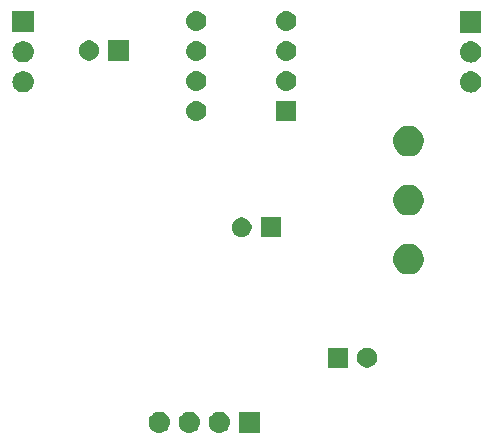
<source format=gbr>
G04 #@! TF.GenerationSoftware,KiCad,Pcbnew,(5.0.1-3-g963ef8bb5)*
G04 #@! TF.CreationDate,2018-12-13T09:38:25+09:00*
G04 #@! TF.ProjectId,guitarif,67756974617269662E6B696361645F70,rev?*
G04 #@! TF.SameCoordinates,Original*
G04 #@! TF.FileFunction,Soldermask,Bot*
G04 #@! TF.FilePolarity,Negative*
%FSLAX46Y46*%
G04 Gerber Fmt 4.6, Leading zero omitted, Abs format (unit mm)*
G04 Created by KiCad (PCBNEW (5.0.1-3-g963ef8bb5)) date 2018 December 13, Thursday 09:38:25*
%MOMM*%
%LPD*%
G01*
G04 APERTURE LIST*
%ADD10C,0.100000*%
G04 APERTURE END LIST*
D10*
G36*
X187401000Y-95291000D02*
X185599000Y-95291000D01*
X185599000Y-93489000D01*
X187401000Y-93489000D01*
X187401000Y-95291000D01*
X187401000Y-95291000D01*
G37*
G36*
X184070443Y-93495519D02*
X184136627Y-93502037D01*
X184249853Y-93536384D01*
X184306467Y-93553557D01*
X184445087Y-93627652D01*
X184462991Y-93637222D01*
X184498729Y-93666552D01*
X184600186Y-93749814D01*
X184683448Y-93851271D01*
X184712778Y-93887009D01*
X184712779Y-93887011D01*
X184796443Y-94043533D01*
X184796443Y-94043534D01*
X184847963Y-94213373D01*
X184865359Y-94390000D01*
X184847963Y-94566627D01*
X184813616Y-94679853D01*
X184796443Y-94736467D01*
X184722348Y-94875087D01*
X184712778Y-94892991D01*
X184683448Y-94928729D01*
X184600186Y-95030186D01*
X184498729Y-95113448D01*
X184462991Y-95142778D01*
X184462989Y-95142779D01*
X184306467Y-95226443D01*
X184249853Y-95243616D01*
X184136627Y-95277963D01*
X184070442Y-95284482D01*
X184004260Y-95291000D01*
X183915740Y-95291000D01*
X183849558Y-95284482D01*
X183783373Y-95277963D01*
X183670147Y-95243616D01*
X183613533Y-95226443D01*
X183457011Y-95142779D01*
X183457009Y-95142778D01*
X183421271Y-95113448D01*
X183319814Y-95030186D01*
X183236552Y-94928729D01*
X183207222Y-94892991D01*
X183197652Y-94875087D01*
X183123557Y-94736467D01*
X183106384Y-94679853D01*
X183072037Y-94566627D01*
X183054641Y-94390000D01*
X183072037Y-94213373D01*
X183123557Y-94043534D01*
X183123557Y-94043533D01*
X183207221Y-93887011D01*
X183207222Y-93887009D01*
X183236552Y-93851271D01*
X183319814Y-93749814D01*
X183421271Y-93666552D01*
X183457009Y-93637222D01*
X183474913Y-93627652D01*
X183613533Y-93553557D01*
X183670147Y-93536384D01*
X183783373Y-93502037D01*
X183849557Y-93495519D01*
X183915740Y-93489000D01*
X184004260Y-93489000D01*
X184070443Y-93495519D01*
X184070443Y-93495519D01*
G37*
G36*
X181530443Y-93495519D02*
X181596627Y-93502037D01*
X181709853Y-93536384D01*
X181766467Y-93553557D01*
X181905087Y-93627652D01*
X181922991Y-93637222D01*
X181958729Y-93666552D01*
X182060186Y-93749814D01*
X182143448Y-93851271D01*
X182172778Y-93887009D01*
X182172779Y-93887011D01*
X182256443Y-94043533D01*
X182256443Y-94043534D01*
X182307963Y-94213373D01*
X182325359Y-94390000D01*
X182307963Y-94566627D01*
X182273616Y-94679853D01*
X182256443Y-94736467D01*
X182182348Y-94875087D01*
X182172778Y-94892991D01*
X182143448Y-94928729D01*
X182060186Y-95030186D01*
X181958729Y-95113448D01*
X181922991Y-95142778D01*
X181922989Y-95142779D01*
X181766467Y-95226443D01*
X181709853Y-95243616D01*
X181596627Y-95277963D01*
X181530442Y-95284482D01*
X181464260Y-95291000D01*
X181375740Y-95291000D01*
X181309558Y-95284482D01*
X181243373Y-95277963D01*
X181130147Y-95243616D01*
X181073533Y-95226443D01*
X180917011Y-95142779D01*
X180917009Y-95142778D01*
X180881271Y-95113448D01*
X180779814Y-95030186D01*
X180696552Y-94928729D01*
X180667222Y-94892991D01*
X180657652Y-94875087D01*
X180583557Y-94736467D01*
X180566384Y-94679853D01*
X180532037Y-94566627D01*
X180514641Y-94390000D01*
X180532037Y-94213373D01*
X180583557Y-94043534D01*
X180583557Y-94043533D01*
X180667221Y-93887011D01*
X180667222Y-93887009D01*
X180696552Y-93851271D01*
X180779814Y-93749814D01*
X180881271Y-93666552D01*
X180917009Y-93637222D01*
X180934913Y-93627652D01*
X181073533Y-93553557D01*
X181130147Y-93536384D01*
X181243373Y-93502037D01*
X181309557Y-93495519D01*
X181375740Y-93489000D01*
X181464260Y-93489000D01*
X181530443Y-93495519D01*
X181530443Y-93495519D01*
G37*
G36*
X178990443Y-93495519D02*
X179056627Y-93502037D01*
X179169853Y-93536384D01*
X179226467Y-93553557D01*
X179365087Y-93627652D01*
X179382991Y-93637222D01*
X179418729Y-93666552D01*
X179520186Y-93749814D01*
X179603448Y-93851271D01*
X179632778Y-93887009D01*
X179632779Y-93887011D01*
X179716443Y-94043533D01*
X179716443Y-94043534D01*
X179767963Y-94213373D01*
X179785359Y-94390000D01*
X179767963Y-94566627D01*
X179733616Y-94679853D01*
X179716443Y-94736467D01*
X179642348Y-94875087D01*
X179632778Y-94892991D01*
X179603448Y-94928729D01*
X179520186Y-95030186D01*
X179418729Y-95113448D01*
X179382991Y-95142778D01*
X179382989Y-95142779D01*
X179226467Y-95226443D01*
X179169853Y-95243616D01*
X179056627Y-95277963D01*
X178990442Y-95284482D01*
X178924260Y-95291000D01*
X178835740Y-95291000D01*
X178769558Y-95284482D01*
X178703373Y-95277963D01*
X178590147Y-95243616D01*
X178533533Y-95226443D01*
X178377011Y-95142779D01*
X178377009Y-95142778D01*
X178341271Y-95113448D01*
X178239814Y-95030186D01*
X178156552Y-94928729D01*
X178127222Y-94892991D01*
X178117652Y-94875087D01*
X178043557Y-94736467D01*
X178026384Y-94679853D01*
X177992037Y-94566627D01*
X177974641Y-94390000D01*
X177992037Y-94213373D01*
X178043557Y-94043534D01*
X178043557Y-94043533D01*
X178127221Y-93887011D01*
X178127222Y-93887009D01*
X178156552Y-93851271D01*
X178239814Y-93749814D01*
X178341271Y-93666552D01*
X178377009Y-93637222D01*
X178394913Y-93627652D01*
X178533533Y-93553557D01*
X178590147Y-93536384D01*
X178703373Y-93502037D01*
X178769557Y-93495519D01*
X178835740Y-93489000D01*
X178924260Y-93489000D01*
X178990443Y-93495519D01*
X178990443Y-93495519D01*
G37*
G36*
X196718228Y-88101703D02*
X196873100Y-88165853D01*
X197012481Y-88258985D01*
X197131015Y-88377519D01*
X197224147Y-88516900D01*
X197288297Y-88671772D01*
X197321000Y-88836184D01*
X197321000Y-89003816D01*
X197288297Y-89168228D01*
X197224147Y-89323100D01*
X197131015Y-89462481D01*
X197012481Y-89581015D01*
X196873100Y-89674147D01*
X196718228Y-89738297D01*
X196553816Y-89771000D01*
X196386184Y-89771000D01*
X196221772Y-89738297D01*
X196066900Y-89674147D01*
X195927519Y-89581015D01*
X195808985Y-89462481D01*
X195715853Y-89323100D01*
X195651703Y-89168228D01*
X195619000Y-89003816D01*
X195619000Y-88836184D01*
X195651703Y-88671772D01*
X195715853Y-88516900D01*
X195808985Y-88377519D01*
X195927519Y-88258985D01*
X196066900Y-88165853D01*
X196221772Y-88101703D01*
X196386184Y-88069000D01*
X196553816Y-88069000D01*
X196718228Y-88101703D01*
X196718228Y-88101703D01*
G37*
G36*
X194821000Y-89771000D02*
X193119000Y-89771000D01*
X193119000Y-88069000D01*
X194821000Y-88069000D01*
X194821000Y-89771000D01*
X194821000Y-89771000D01*
G37*
G36*
X200359485Y-79328996D02*
X200359487Y-79328997D01*
X200359488Y-79328997D01*
X200596255Y-79427069D01*
X200809342Y-79569449D01*
X200990551Y-79750658D01*
X201132931Y-79963745D01*
X201231004Y-80200515D01*
X201281000Y-80451861D01*
X201281000Y-80708139D01*
X201231004Y-80959485D01*
X201132931Y-81196255D01*
X200990551Y-81409342D01*
X200809342Y-81590551D01*
X200809339Y-81590553D01*
X200596255Y-81732931D01*
X200359488Y-81831003D01*
X200359487Y-81831003D01*
X200359485Y-81831004D01*
X200108139Y-81881000D01*
X199851861Y-81881000D01*
X199600515Y-81831004D01*
X199600513Y-81831003D01*
X199600512Y-81831003D01*
X199363745Y-81732931D01*
X199150661Y-81590553D01*
X199150658Y-81590551D01*
X198969449Y-81409342D01*
X198827069Y-81196255D01*
X198728996Y-80959485D01*
X198679000Y-80708139D01*
X198679000Y-80451861D01*
X198728996Y-80200515D01*
X198827069Y-79963745D01*
X198969449Y-79750658D01*
X199150658Y-79569449D01*
X199363745Y-79427069D01*
X199600512Y-79328997D01*
X199600513Y-79328997D01*
X199600515Y-79328996D01*
X199851861Y-79279000D01*
X200108139Y-79279000D01*
X200359485Y-79328996D01*
X200359485Y-79328996D01*
G37*
G36*
X186088228Y-77081703D02*
X186243100Y-77145853D01*
X186382481Y-77238985D01*
X186501015Y-77357519D01*
X186594147Y-77496900D01*
X186658297Y-77651772D01*
X186691000Y-77816184D01*
X186691000Y-77983816D01*
X186658297Y-78148228D01*
X186594147Y-78303100D01*
X186501015Y-78442481D01*
X186382481Y-78561015D01*
X186243100Y-78654147D01*
X186088228Y-78718297D01*
X185923816Y-78751000D01*
X185756184Y-78751000D01*
X185591772Y-78718297D01*
X185436900Y-78654147D01*
X185297519Y-78561015D01*
X185178985Y-78442481D01*
X185085853Y-78303100D01*
X185021703Y-78148228D01*
X184989000Y-77983816D01*
X184989000Y-77816184D01*
X185021703Y-77651772D01*
X185085853Y-77496900D01*
X185178985Y-77357519D01*
X185297519Y-77238985D01*
X185436900Y-77145853D01*
X185591772Y-77081703D01*
X185756184Y-77049000D01*
X185923816Y-77049000D01*
X186088228Y-77081703D01*
X186088228Y-77081703D01*
G37*
G36*
X189191000Y-78751000D02*
X187489000Y-78751000D01*
X187489000Y-77049000D01*
X189191000Y-77049000D01*
X189191000Y-78751000D01*
X189191000Y-78751000D01*
G37*
G36*
X200359485Y-74328996D02*
X200359487Y-74328997D01*
X200359488Y-74328997D01*
X200596255Y-74427069D01*
X200809342Y-74569449D01*
X200990551Y-74750658D01*
X201132931Y-74963745D01*
X201231004Y-75200515D01*
X201281000Y-75451861D01*
X201281000Y-75708139D01*
X201231004Y-75959485D01*
X201132931Y-76196255D01*
X200990551Y-76409342D01*
X200809342Y-76590551D01*
X200809339Y-76590553D01*
X200596255Y-76732931D01*
X200359488Y-76831003D01*
X200359487Y-76831003D01*
X200359485Y-76831004D01*
X200108139Y-76881000D01*
X199851861Y-76881000D01*
X199600515Y-76831004D01*
X199600513Y-76831003D01*
X199600512Y-76831003D01*
X199363745Y-76732931D01*
X199150661Y-76590553D01*
X199150658Y-76590551D01*
X198969449Y-76409342D01*
X198827069Y-76196255D01*
X198728996Y-75959485D01*
X198679000Y-75708139D01*
X198679000Y-75451861D01*
X198728996Y-75200515D01*
X198827069Y-74963745D01*
X198969449Y-74750658D01*
X199150658Y-74569449D01*
X199363745Y-74427069D01*
X199600512Y-74328997D01*
X199600513Y-74328997D01*
X199600515Y-74328996D01*
X199851861Y-74279000D01*
X200108139Y-74279000D01*
X200359485Y-74328996D01*
X200359485Y-74328996D01*
G37*
G36*
X200359485Y-69328996D02*
X200359487Y-69328997D01*
X200359488Y-69328997D01*
X200596255Y-69427069D01*
X200809342Y-69569449D01*
X200990551Y-69750658D01*
X201132931Y-69963745D01*
X201231004Y-70200515D01*
X201281000Y-70451861D01*
X201281000Y-70708139D01*
X201231004Y-70959485D01*
X201132931Y-71196255D01*
X200990551Y-71409342D01*
X200809342Y-71590551D01*
X200809339Y-71590553D01*
X200596255Y-71732931D01*
X200359488Y-71831003D01*
X200359487Y-71831003D01*
X200359485Y-71831004D01*
X200108139Y-71881000D01*
X199851861Y-71881000D01*
X199600515Y-71831004D01*
X199600513Y-71831003D01*
X199600512Y-71831003D01*
X199363745Y-71732931D01*
X199150661Y-71590553D01*
X199150658Y-71590551D01*
X198969449Y-71409342D01*
X198827069Y-71196255D01*
X198728996Y-70959485D01*
X198679000Y-70708139D01*
X198679000Y-70451861D01*
X198728996Y-70200515D01*
X198827069Y-69963745D01*
X198969449Y-69750658D01*
X199150658Y-69569449D01*
X199363745Y-69427069D01*
X199600512Y-69328997D01*
X199600513Y-69328997D01*
X199600515Y-69328996D01*
X199851861Y-69279000D01*
X200108139Y-69279000D01*
X200359485Y-69328996D01*
X200359485Y-69328996D01*
G37*
G36*
X190481000Y-68891000D02*
X188779000Y-68891000D01*
X188779000Y-67189000D01*
X190481000Y-67189000D01*
X190481000Y-68891000D01*
X190481000Y-68891000D01*
G37*
G36*
X182176821Y-67201313D02*
X182176824Y-67201314D01*
X182176825Y-67201314D01*
X182337239Y-67249975D01*
X182337241Y-67249976D01*
X182337244Y-67249977D01*
X182485078Y-67328995D01*
X182614659Y-67435341D01*
X182721005Y-67564922D01*
X182800023Y-67712756D01*
X182848687Y-67873179D01*
X182865117Y-68040000D01*
X182848687Y-68206821D01*
X182800023Y-68367244D01*
X182721005Y-68515078D01*
X182614659Y-68644659D01*
X182485078Y-68751005D01*
X182337244Y-68830023D01*
X182337241Y-68830024D01*
X182337239Y-68830025D01*
X182176825Y-68878686D01*
X182176824Y-68878686D01*
X182176821Y-68878687D01*
X182051804Y-68891000D01*
X181968196Y-68891000D01*
X181843179Y-68878687D01*
X181843176Y-68878686D01*
X181843175Y-68878686D01*
X181682761Y-68830025D01*
X181682759Y-68830024D01*
X181682756Y-68830023D01*
X181534922Y-68751005D01*
X181405341Y-68644659D01*
X181298995Y-68515078D01*
X181219977Y-68367244D01*
X181171313Y-68206821D01*
X181154883Y-68040000D01*
X181171313Y-67873179D01*
X181219977Y-67712756D01*
X181298995Y-67564922D01*
X181405341Y-67435341D01*
X181534922Y-67328995D01*
X181682756Y-67249977D01*
X181682759Y-67249976D01*
X181682761Y-67249975D01*
X181843175Y-67201314D01*
X181843176Y-67201314D01*
X181843179Y-67201313D01*
X181968196Y-67189000D01*
X182051804Y-67189000D01*
X182176821Y-67201313D01*
X182176821Y-67201313D01*
G37*
G36*
X205360443Y-64685519D02*
X205426627Y-64692037D01*
X205530535Y-64723557D01*
X205596467Y-64743557D01*
X205681474Y-64788995D01*
X205752991Y-64827222D01*
X205788729Y-64856552D01*
X205890186Y-64939814D01*
X205960031Y-65024922D01*
X206002778Y-65077009D01*
X206002779Y-65077011D01*
X206086443Y-65233533D01*
X206086443Y-65233534D01*
X206137963Y-65403373D01*
X206155359Y-65580000D01*
X206137963Y-65756627D01*
X206103616Y-65869853D01*
X206086443Y-65926467D01*
X206060459Y-65975078D01*
X206002778Y-66082991D01*
X205984995Y-66104659D01*
X205890186Y-66220186D01*
X205788729Y-66303448D01*
X205752991Y-66332778D01*
X205752989Y-66332779D01*
X205596467Y-66416443D01*
X205539853Y-66433616D01*
X205426627Y-66467963D01*
X205360443Y-66474481D01*
X205294260Y-66481000D01*
X205205740Y-66481000D01*
X205139557Y-66474481D01*
X205073373Y-66467963D01*
X204960147Y-66433616D01*
X204903533Y-66416443D01*
X204747011Y-66332779D01*
X204747009Y-66332778D01*
X204711271Y-66303448D01*
X204609814Y-66220186D01*
X204515005Y-66104659D01*
X204497222Y-66082991D01*
X204439541Y-65975078D01*
X204413557Y-65926467D01*
X204396384Y-65869853D01*
X204362037Y-65756627D01*
X204344641Y-65580000D01*
X204362037Y-65403373D01*
X204413557Y-65233534D01*
X204413557Y-65233533D01*
X204497221Y-65077011D01*
X204497222Y-65077009D01*
X204539969Y-65024922D01*
X204609814Y-64939814D01*
X204711271Y-64856552D01*
X204747009Y-64827222D01*
X204818526Y-64788995D01*
X204903533Y-64743557D01*
X204969465Y-64723557D01*
X205073373Y-64692037D01*
X205139557Y-64685519D01*
X205205740Y-64679000D01*
X205294260Y-64679000D01*
X205360443Y-64685519D01*
X205360443Y-64685519D01*
G37*
G36*
X167450443Y-64665519D02*
X167516627Y-64672037D01*
X167629853Y-64706384D01*
X167686467Y-64723557D01*
X167808891Y-64788995D01*
X167842991Y-64807222D01*
X167867361Y-64827222D01*
X167980186Y-64919814D01*
X168063448Y-65021271D01*
X168092778Y-65057009D01*
X168092779Y-65057011D01*
X168176443Y-65213533D01*
X168176443Y-65213534D01*
X168227963Y-65383373D01*
X168245359Y-65560000D01*
X168227963Y-65736627D01*
X168221896Y-65756627D01*
X168176443Y-65906467D01*
X168139769Y-65975078D01*
X168092778Y-66062991D01*
X168076366Y-66082989D01*
X167980186Y-66200186D01*
X167878729Y-66283448D01*
X167842991Y-66312778D01*
X167842989Y-66312779D01*
X167686467Y-66396443D01*
X167629853Y-66413616D01*
X167516627Y-66447963D01*
X167450443Y-66454481D01*
X167384260Y-66461000D01*
X167295740Y-66461000D01*
X167229557Y-66454481D01*
X167163373Y-66447963D01*
X167050147Y-66413616D01*
X166993533Y-66396443D01*
X166837011Y-66312779D01*
X166837009Y-66312778D01*
X166801271Y-66283448D01*
X166699814Y-66200186D01*
X166603634Y-66082989D01*
X166587222Y-66062991D01*
X166540231Y-65975078D01*
X166503557Y-65906467D01*
X166458104Y-65756627D01*
X166452037Y-65736627D01*
X166434641Y-65560000D01*
X166452037Y-65383373D01*
X166503557Y-65213534D01*
X166503557Y-65213533D01*
X166587221Y-65057011D01*
X166587222Y-65057009D01*
X166616552Y-65021271D01*
X166699814Y-64919814D01*
X166812639Y-64827222D01*
X166837009Y-64807222D01*
X166871109Y-64788995D01*
X166993533Y-64723557D01*
X167050147Y-64706384D01*
X167163373Y-64672037D01*
X167229557Y-64665519D01*
X167295740Y-64659000D01*
X167384260Y-64659000D01*
X167450443Y-64665519D01*
X167450443Y-64665519D01*
G37*
G36*
X189796821Y-64661313D02*
X189796824Y-64661314D01*
X189796825Y-64661314D01*
X189957239Y-64709975D01*
X189957241Y-64709976D01*
X189957244Y-64709977D01*
X190105078Y-64788995D01*
X190234659Y-64895341D01*
X190341005Y-65024922D01*
X190420023Y-65172756D01*
X190468687Y-65333179D01*
X190485117Y-65500000D01*
X190468687Y-65666821D01*
X190468686Y-65666824D01*
X190468686Y-65666825D01*
X190447512Y-65736627D01*
X190420023Y-65827244D01*
X190341005Y-65975078D01*
X190234659Y-66104659D01*
X190105078Y-66211005D01*
X189957244Y-66290023D01*
X189957241Y-66290024D01*
X189957239Y-66290025D01*
X189796825Y-66338686D01*
X189796824Y-66338686D01*
X189796821Y-66338687D01*
X189671804Y-66351000D01*
X189588196Y-66351000D01*
X189463179Y-66338687D01*
X189463176Y-66338686D01*
X189463175Y-66338686D01*
X189302761Y-66290025D01*
X189302759Y-66290024D01*
X189302756Y-66290023D01*
X189154922Y-66211005D01*
X189025341Y-66104659D01*
X188918995Y-65975078D01*
X188839977Y-65827244D01*
X188812489Y-65736627D01*
X188791314Y-65666825D01*
X188791314Y-65666824D01*
X188791313Y-65666821D01*
X188774883Y-65500000D01*
X188791313Y-65333179D01*
X188839977Y-65172756D01*
X188918995Y-65024922D01*
X189025341Y-64895341D01*
X189154922Y-64788995D01*
X189302756Y-64709977D01*
X189302759Y-64709976D01*
X189302761Y-64709975D01*
X189463175Y-64661314D01*
X189463176Y-64661314D01*
X189463179Y-64661313D01*
X189588196Y-64649000D01*
X189671804Y-64649000D01*
X189796821Y-64661313D01*
X189796821Y-64661313D01*
G37*
G36*
X182176821Y-64661313D02*
X182176824Y-64661314D01*
X182176825Y-64661314D01*
X182337239Y-64709975D01*
X182337241Y-64709976D01*
X182337244Y-64709977D01*
X182485078Y-64788995D01*
X182614659Y-64895341D01*
X182721005Y-65024922D01*
X182800023Y-65172756D01*
X182848687Y-65333179D01*
X182865117Y-65500000D01*
X182848687Y-65666821D01*
X182848686Y-65666824D01*
X182848686Y-65666825D01*
X182827512Y-65736627D01*
X182800023Y-65827244D01*
X182721005Y-65975078D01*
X182614659Y-66104659D01*
X182485078Y-66211005D01*
X182337244Y-66290023D01*
X182337241Y-66290024D01*
X182337239Y-66290025D01*
X182176825Y-66338686D01*
X182176824Y-66338686D01*
X182176821Y-66338687D01*
X182051804Y-66351000D01*
X181968196Y-66351000D01*
X181843179Y-66338687D01*
X181843176Y-66338686D01*
X181843175Y-66338686D01*
X181682761Y-66290025D01*
X181682759Y-66290024D01*
X181682756Y-66290023D01*
X181534922Y-66211005D01*
X181405341Y-66104659D01*
X181298995Y-65975078D01*
X181219977Y-65827244D01*
X181192489Y-65736627D01*
X181171314Y-65666825D01*
X181171314Y-65666824D01*
X181171313Y-65666821D01*
X181154883Y-65500000D01*
X181171313Y-65333179D01*
X181219977Y-65172756D01*
X181298995Y-65024922D01*
X181405341Y-64895341D01*
X181534922Y-64788995D01*
X181682756Y-64709977D01*
X181682759Y-64709976D01*
X181682761Y-64709975D01*
X181843175Y-64661314D01*
X181843176Y-64661314D01*
X181843179Y-64661313D01*
X181968196Y-64649000D01*
X182051804Y-64649000D01*
X182176821Y-64661313D01*
X182176821Y-64661313D01*
G37*
G36*
X205360442Y-62145518D02*
X205426627Y-62152037D01*
X205530535Y-62183557D01*
X205596467Y-62203557D01*
X205681474Y-62248995D01*
X205752991Y-62287222D01*
X205788729Y-62316552D01*
X205890186Y-62399814D01*
X205960031Y-62484922D01*
X206002778Y-62537009D01*
X206002779Y-62537011D01*
X206086443Y-62693533D01*
X206086443Y-62693534D01*
X206137963Y-62863373D01*
X206155359Y-63040000D01*
X206137963Y-63216627D01*
X206105665Y-63323100D01*
X206086443Y-63386467D01*
X206060459Y-63435078D01*
X206002778Y-63542991D01*
X205984995Y-63564659D01*
X205890186Y-63680186D01*
X205788729Y-63763448D01*
X205752991Y-63792778D01*
X205752989Y-63792779D01*
X205596467Y-63876443D01*
X205539853Y-63893616D01*
X205426627Y-63927963D01*
X205360442Y-63934482D01*
X205294260Y-63941000D01*
X205205740Y-63941000D01*
X205139558Y-63934482D01*
X205073373Y-63927963D01*
X204960147Y-63893616D01*
X204903533Y-63876443D01*
X204747011Y-63792779D01*
X204747009Y-63792778D01*
X204711271Y-63763448D01*
X204609814Y-63680186D01*
X204515005Y-63564659D01*
X204497222Y-63542991D01*
X204439541Y-63435078D01*
X204413557Y-63386467D01*
X204394335Y-63323100D01*
X204362037Y-63216627D01*
X204344641Y-63040000D01*
X204362037Y-62863373D01*
X204413557Y-62693534D01*
X204413557Y-62693533D01*
X204497221Y-62537011D01*
X204497222Y-62537009D01*
X204539969Y-62484922D01*
X204609814Y-62399814D01*
X204711271Y-62316552D01*
X204747009Y-62287222D01*
X204818526Y-62248995D01*
X204903533Y-62203557D01*
X204969465Y-62183557D01*
X205073373Y-62152037D01*
X205139558Y-62145518D01*
X205205740Y-62139000D01*
X205294260Y-62139000D01*
X205360442Y-62145518D01*
X205360442Y-62145518D01*
G37*
G36*
X167450443Y-62125519D02*
X167516627Y-62132037D01*
X167628104Y-62165853D01*
X167686467Y-62183557D01*
X167808891Y-62248995D01*
X167842991Y-62267222D01*
X167867361Y-62287222D01*
X167980186Y-62379814D01*
X168063448Y-62481271D01*
X168092778Y-62517009D01*
X168092779Y-62517011D01*
X168176443Y-62673533D01*
X168176443Y-62673534D01*
X168227963Y-62843373D01*
X168245359Y-63020000D01*
X168227963Y-63196627D01*
X168221896Y-63216627D01*
X168176443Y-63366467D01*
X168139769Y-63435078D01*
X168092778Y-63522991D01*
X168076366Y-63542989D01*
X167980186Y-63660186D01*
X167885007Y-63738296D01*
X167842991Y-63772778D01*
X167842989Y-63772779D01*
X167686467Y-63856443D01*
X167629853Y-63873616D01*
X167516627Y-63907963D01*
X167450442Y-63914482D01*
X167384260Y-63921000D01*
X167295740Y-63921000D01*
X167229558Y-63914482D01*
X167163373Y-63907963D01*
X167050147Y-63873616D01*
X166993533Y-63856443D01*
X166837011Y-63772779D01*
X166837009Y-63772778D01*
X166794993Y-63738296D01*
X166699814Y-63660186D01*
X166603634Y-63542989D01*
X166587222Y-63522991D01*
X166540231Y-63435078D01*
X166503557Y-63366467D01*
X166458104Y-63216627D01*
X166452037Y-63196627D01*
X166434641Y-63020000D01*
X166452037Y-62843373D01*
X166503557Y-62673534D01*
X166503557Y-62673533D01*
X166587221Y-62517011D01*
X166587222Y-62517009D01*
X166616552Y-62481271D01*
X166699814Y-62379814D01*
X166812639Y-62287222D01*
X166837009Y-62267222D01*
X166871109Y-62248995D01*
X166993533Y-62183557D01*
X167051896Y-62165853D01*
X167163373Y-62132037D01*
X167229557Y-62125519D01*
X167295740Y-62119000D01*
X167384260Y-62119000D01*
X167450443Y-62125519D01*
X167450443Y-62125519D01*
G37*
G36*
X182176821Y-62121313D02*
X182176824Y-62121314D01*
X182176825Y-62121314D01*
X182337239Y-62169975D01*
X182337241Y-62169976D01*
X182337244Y-62169977D01*
X182485078Y-62248995D01*
X182614659Y-62355341D01*
X182721005Y-62484922D01*
X182800023Y-62632756D01*
X182800024Y-62632759D01*
X182800025Y-62632761D01*
X182812393Y-62673533D01*
X182848687Y-62793179D01*
X182865117Y-62960000D01*
X182848687Y-63126821D01*
X182848686Y-63126824D01*
X182848686Y-63126825D01*
X182827512Y-63196627D01*
X182800023Y-63287244D01*
X182721005Y-63435078D01*
X182614659Y-63564659D01*
X182485078Y-63671005D01*
X182337244Y-63750023D01*
X182337241Y-63750024D01*
X182337239Y-63750025D01*
X182176825Y-63798686D01*
X182176824Y-63798686D01*
X182176821Y-63798687D01*
X182051804Y-63811000D01*
X181968196Y-63811000D01*
X181843179Y-63798687D01*
X181843176Y-63798686D01*
X181843175Y-63798686D01*
X181682761Y-63750025D01*
X181682759Y-63750024D01*
X181682756Y-63750023D01*
X181534922Y-63671005D01*
X181405341Y-63564659D01*
X181298995Y-63435078D01*
X181219977Y-63287244D01*
X181192489Y-63196627D01*
X181171314Y-63126825D01*
X181171314Y-63126824D01*
X181171313Y-63126821D01*
X181154883Y-62960000D01*
X181171313Y-62793179D01*
X181207607Y-62673533D01*
X181219975Y-62632761D01*
X181219976Y-62632759D01*
X181219977Y-62632756D01*
X181298995Y-62484922D01*
X181405341Y-62355341D01*
X181534922Y-62248995D01*
X181682756Y-62169977D01*
X181682759Y-62169976D01*
X181682761Y-62169975D01*
X181843175Y-62121314D01*
X181843176Y-62121314D01*
X181843179Y-62121313D01*
X181968196Y-62109000D01*
X182051804Y-62109000D01*
X182176821Y-62121313D01*
X182176821Y-62121313D01*
G37*
G36*
X189796821Y-62121313D02*
X189796824Y-62121314D01*
X189796825Y-62121314D01*
X189957239Y-62169975D01*
X189957241Y-62169976D01*
X189957244Y-62169977D01*
X190105078Y-62248995D01*
X190234659Y-62355341D01*
X190341005Y-62484922D01*
X190420023Y-62632756D01*
X190420024Y-62632759D01*
X190420025Y-62632761D01*
X190432393Y-62673533D01*
X190468687Y-62793179D01*
X190485117Y-62960000D01*
X190468687Y-63126821D01*
X190468686Y-63126824D01*
X190468686Y-63126825D01*
X190447512Y-63196627D01*
X190420023Y-63287244D01*
X190341005Y-63435078D01*
X190234659Y-63564659D01*
X190105078Y-63671005D01*
X189957244Y-63750023D01*
X189957241Y-63750024D01*
X189957239Y-63750025D01*
X189796825Y-63798686D01*
X189796824Y-63798686D01*
X189796821Y-63798687D01*
X189671804Y-63811000D01*
X189588196Y-63811000D01*
X189463179Y-63798687D01*
X189463176Y-63798686D01*
X189463175Y-63798686D01*
X189302761Y-63750025D01*
X189302759Y-63750024D01*
X189302756Y-63750023D01*
X189154922Y-63671005D01*
X189025341Y-63564659D01*
X188918995Y-63435078D01*
X188839977Y-63287244D01*
X188812489Y-63196627D01*
X188791314Y-63126825D01*
X188791314Y-63126824D01*
X188791313Y-63126821D01*
X188774883Y-62960000D01*
X188791313Y-62793179D01*
X188827607Y-62673533D01*
X188839975Y-62632761D01*
X188839976Y-62632759D01*
X188839977Y-62632756D01*
X188918995Y-62484922D01*
X189025341Y-62355341D01*
X189154922Y-62248995D01*
X189302756Y-62169977D01*
X189302759Y-62169976D01*
X189302761Y-62169975D01*
X189463175Y-62121314D01*
X189463176Y-62121314D01*
X189463179Y-62121313D01*
X189588196Y-62109000D01*
X189671804Y-62109000D01*
X189796821Y-62121313D01*
X189796821Y-62121313D01*
G37*
G36*
X176271000Y-63771000D02*
X174569000Y-63771000D01*
X174569000Y-62069000D01*
X176271000Y-62069000D01*
X176271000Y-63771000D01*
X176271000Y-63771000D01*
G37*
G36*
X173168228Y-62101703D02*
X173323100Y-62165853D01*
X173462481Y-62258985D01*
X173581015Y-62377519D01*
X173674147Y-62516900D01*
X173738297Y-62671772D01*
X173771000Y-62836184D01*
X173771000Y-63003816D01*
X173738297Y-63168228D01*
X173674147Y-63323100D01*
X173581015Y-63462481D01*
X173462481Y-63581015D01*
X173323100Y-63674147D01*
X173168228Y-63738297D01*
X173003816Y-63771000D01*
X172836184Y-63771000D01*
X172671772Y-63738297D01*
X172516900Y-63674147D01*
X172377519Y-63581015D01*
X172258985Y-63462481D01*
X172165853Y-63323100D01*
X172101703Y-63168228D01*
X172069000Y-63003816D01*
X172069000Y-62836184D01*
X172101703Y-62671772D01*
X172165853Y-62516900D01*
X172258985Y-62377519D01*
X172377519Y-62258985D01*
X172516900Y-62165853D01*
X172671772Y-62101703D01*
X172836184Y-62069000D01*
X173003816Y-62069000D01*
X173168228Y-62101703D01*
X173168228Y-62101703D01*
G37*
G36*
X206151000Y-61401000D02*
X204349000Y-61401000D01*
X204349000Y-59599000D01*
X206151000Y-59599000D01*
X206151000Y-61401000D01*
X206151000Y-61401000D01*
G37*
G36*
X168241000Y-61381000D02*
X166439000Y-61381000D01*
X166439000Y-59579000D01*
X168241000Y-59579000D01*
X168241000Y-61381000D01*
X168241000Y-61381000D01*
G37*
G36*
X182176821Y-59581313D02*
X182176824Y-59581314D01*
X182176825Y-59581314D01*
X182337239Y-59629975D01*
X182337241Y-59629976D01*
X182337244Y-59629977D01*
X182485078Y-59708995D01*
X182614659Y-59815341D01*
X182721005Y-59944922D01*
X182800023Y-60092756D01*
X182848687Y-60253179D01*
X182865117Y-60420000D01*
X182848687Y-60586821D01*
X182800023Y-60747244D01*
X182721005Y-60895078D01*
X182614659Y-61024659D01*
X182485078Y-61131005D01*
X182337244Y-61210023D01*
X182337241Y-61210024D01*
X182337239Y-61210025D01*
X182176825Y-61258686D01*
X182176824Y-61258686D01*
X182176821Y-61258687D01*
X182051804Y-61271000D01*
X181968196Y-61271000D01*
X181843179Y-61258687D01*
X181843176Y-61258686D01*
X181843175Y-61258686D01*
X181682761Y-61210025D01*
X181682759Y-61210024D01*
X181682756Y-61210023D01*
X181534922Y-61131005D01*
X181405341Y-61024659D01*
X181298995Y-60895078D01*
X181219977Y-60747244D01*
X181171313Y-60586821D01*
X181154883Y-60420000D01*
X181171313Y-60253179D01*
X181219977Y-60092756D01*
X181298995Y-59944922D01*
X181405341Y-59815341D01*
X181534922Y-59708995D01*
X181682756Y-59629977D01*
X181682759Y-59629976D01*
X181682761Y-59629975D01*
X181843175Y-59581314D01*
X181843176Y-59581314D01*
X181843179Y-59581313D01*
X181968196Y-59569000D01*
X182051804Y-59569000D01*
X182176821Y-59581313D01*
X182176821Y-59581313D01*
G37*
G36*
X189796821Y-59581313D02*
X189796824Y-59581314D01*
X189796825Y-59581314D01*
X189957239Y-59629975D01*
X189957241Y-59629976D01*
X189957244Y-59629977D01*
X190105078Y-59708995D01*
X190234659Y-59815341D01*
X190341005Y-59944922D01*
X190420023Y-60092756D01*
X190468687Y-60253179D01*
X190485117Y-60420000D01*
X190468687Y-60586821D01*
X190420023Y-60747244D01*
X190341005Y-60895078D01*
X190234659Y-61024659D01*
X190105078Y-61131005D01*
X189957244Y-61210023D01*
X189957241Y-61210024D01*
X189957239Y-61210025D01*
X189796825Y-61258686D01*
X189796824Y-61258686D01*
X189796821Y-61258687D01*
X189671804Y-61271000D01*
X189588196Y-61271000D01*
X189463179Y-61258687D01*
X189463176Y-61258686D01*
X189463175Y-61258686D01*
X189302761Y-61210025D01*
X189302759Y-61210024D01*
X189302756Y-61210023D01*
X189154922Y-61131005D01*
X189025341Y-61024659D01*
X188918995Y-60895078D01*
X188839977Y-60747244D01*
X188791313Y-60586821D01*
X188774883Y-60420000D01*
X188791313Y-60253179D01*
X188839977Y-60092756D01*
X188918995Y-59944922D01*
X189025341Y-59815341D01*
X189154922Y-59708995D01*
X189302756Y-59629977D01*
X189302759Y-59629976D01*
X189302761Y-59629975D01*
X189463175Y-59581314D01*
X189463176Y-59581314D01*
X189463179Y-59581313D01*
X189588196Y-59569000D01*
X189671804Y-59569000D01*
X189796821Y-59581313D01*
X189796821Y-59581313D01*
G37*
M02*

</source>
